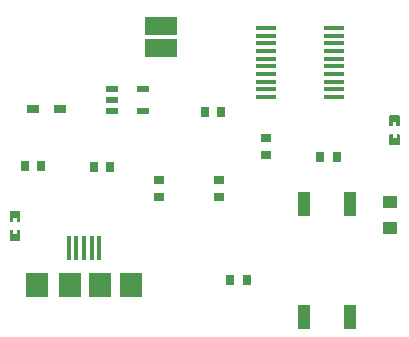
<source format=gtp>
G04 Layer: TopPasteMaskLayer*
G04 EasyEDA v6.5.40, 2024-08-14 22:01:03*
G04 cb6e2e9fbd21486d88ae5690d2d3dc00,10*
G04 Gerber Generator version 0.2*
G04 Scale: 100 percent, Rotated: No, Reflected: No *
G04 Dimensions in millimeters *
G04 leading zeros omitted , absolute positions ,4 integer and 5 decimal *
%FSLAX45Y45*%
%MOMM*%

%AMMACRO1*21,1,$1,$2,0,0,$3*%
%ADD10O,1.7420082X0.36400740000000004*%
%ADD11R,0.8000X0.9000*%
%ADD12R,0.9000X0.8000*%
%ADD13R,1.0000X0.7500*%
%ADD14R,1.1000X0.6000*%
%ADD15MACRO1,1.5001X2.7X90.0000*%
%ADD16R,1.0000X2.0000*%
%ADD17R,0.4500X2.0000*%
%ADD18R,1.9000X2.1000*%
%ADD19R,1.2500X1.0000*%

%LPD*%
G36*
X3693820Y-618693D02*
G01*
X3688791Y-623722D01*
X3688791Y-703681D01*
X3693820Y-708710D01*
X3773779Y-708710D01*
X3778808Y-703681D01*
X3778808Y-623722D01*
X3773779Y-618693D01*
X3751021Y-618693D01*
X3751021Y-655726D01*
X3718001Y-655726D01*
X3718001Y-618693D01*
G37*
G36*
X3693820Y-459689D02*
G01*
X3688791Y-464718D01*
X3688791Y-544677D01*
X3693820Y-549706D01*
X3716578Y-549706D01*
X3716578Y-512673D01*
X3749598Y-512673D01*
X3749598Y-549706D01*
X3773779Y-549706D01*
X3778808Y-544677D01*
X3778808Y-464718D01*
X3773779Y-459689D01*
G37*
G36*
X480720Y-1431493D02*
G01*
X475691Y-1436522D01*
X475691Y-1516481D01*
X480720Y-1521510D01*
X560679Y-1521510D01*
X565708Y-1516481D01*
X565708Y-1436522D01*
X560679Y-1431493D01*
X537921Y-1431493D01*
X537921Y-1468526D01*
X504901Y-1468526D01*
X504901Y-1431493D01*
G37*
G36*
X480720Y-1272489D02*
G01*
X475691Y-1277518D01*
X475691Y-1357477D01*
X480720Y-1362506D01*
X503478Y-1362506D01*
X503478Y-1325473D01*
X536498Y-1325473D01*
X536498Y-1362506D01*
X560679Y-1362506D01*
X565708Y-1357477D01*
X565708Y-1277518D01*
X560679Y-1272489D01*
G37*
D10*
G01*
X2646603Y279806D03*
G01*
X2646603Y214807D03*
G01*
X2646603Y149809D03*
G01*
X2646603Y84810D03*
G01*
X2646603Y19786D03*
G01*
X2646603Y-45212D03*
G01*
X2646603Y-110210D03*
G01*
X2646603Y-175209D03*
G01*
X2646603Y-240207D03*
G01*
X2646603Y-305206D03*
G01*
X3220796Y279806D03*
G01*
X3220796Y214807D03*
G01*
X3220796Y149809D03*
G01*
X3220796Y84810D03*
G01*
X3220796Y19786D03*
G01*
X3220796Y-45212D03*
G01*
X3220796Y-110210D03*
G01*
X3220796Y-175209D03*
G01*
X3220796Y-240207D03*
G01*
X3220796Y-305206D03*
D11*
G01*
X3245002Y-812800D03*
G01*
X3104997Y-812800D03*
D12*
G01*
X2641600Y-793902D03*
G01*
X2641600Y-653897D03*
G01*
X1739900Y-1149502D03*
G01*
X1739900Y-1009497D03*
G01*
X2247900Y-1009497D03*
G01*
X2247900Y-1149502D03*
D11*
G01*
X603097Y-889000D03*
G01*
X743102Y-889000D03*
G01*
X1187297Y-901700D03*
G01*
X1327302Y-901700D03*
G01*
X2127097Y-431800D03*
G01*
X2267102Y-431800D03*
D13*
G01*
X670153Y-406400D03*
G01*
X904646Y-406400D03*
D14*
G01*
X1603222Y-235204D03*
G01*
X1603222Y-425195D03*
G01*
X1343177Y-425195D03*
G01*
X1343177Y-330200D03*
G01*
X1343177Y-235204D03*
D15*
G01*
X1752600Y108203D03*
G01*
X1752600Y298196D03*
D16*
G01*
X2967304Y-2169109D03*
G01*
X2967304Y-1209090D03*
G01*
X3357321Y-2169109D03*
G01*
X3357321Y-1209090D03*
D17*
G01*
X1234922Y-1586407D03*
G01*
X1169898Y-1586407D03*
G01*
X1104874Y-1586407D03*
G01*
X1039850Y-1586407D03*
G01*
X974826Y-1586407D03*
D18*
G01*
X1504899Y-1893417D03*
G01*
X704900Y-1893417D03*
G01*
X983919Y-1894941D03*
G01*
X1235887Y-1896897D03*
D11*
G01*
X2483002Y-1854200D03*
G01*
X2342997Y-1854200D03*
D19*
G01*
X3695710Y-1418102D03*
G01*
X3695710Y-1198087D03*
M02*

</source>
